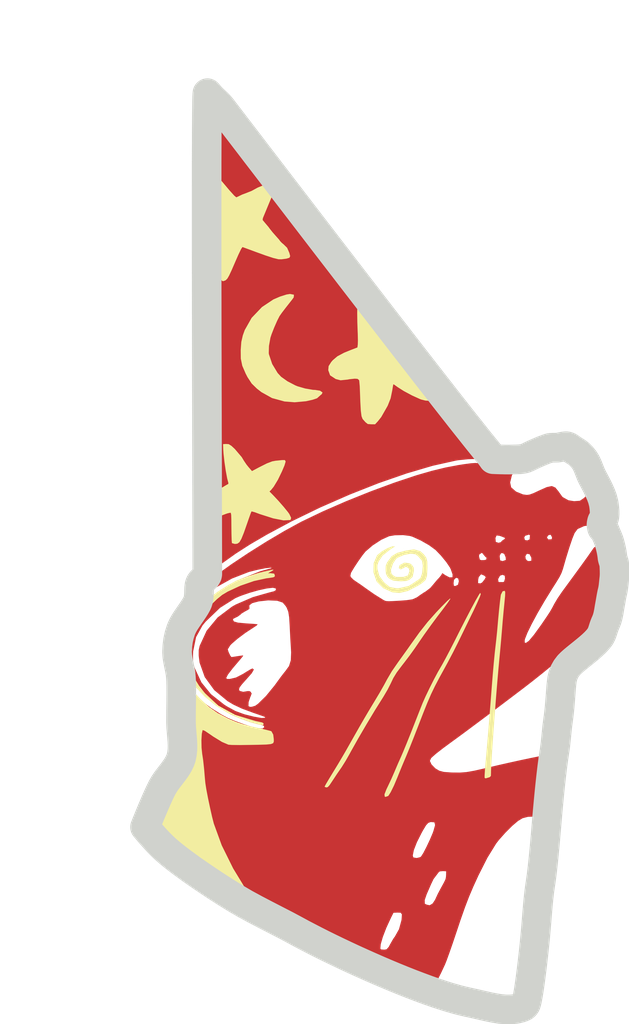
<source format=kicad_pcb>
(kicad_pcb (version 20211014) (generator pcbnew)
  (layers (0 "F.Cu" signal) (31 "B.Cu" signal) (36 "B.SilkS" user "B.Silkscreen") (37 "F.SilkS" user "F.Silkscreen") (38 "B.Mask" user) (39 "F.Mask" user) (44 "Edge.Cuts" user))
  (footprint "Graphics" (layer "F.SilkS") (at 0 0)
    (fp_poly (pts (xy 6.125 22.871) (xy 6.286 23.077) (xy 6.516 23.324) (xy 6.756 23.551) (xy 6.830 23.614) (xy 7.107 23.810) (xy 7.439 23.983) (xy 7.503 24.013) (xy 7.730 24.108) (xy 7.952 24.182) (xy 8.230 24.255) (xy 8.469 24.310) (xy 8.709 24.365) (xy 8.876 24.407) (xy 8.923 24.421) (xy 8.985 24.534) (xy 9.004 24.688) (xy 9.005 24.771) (xy 8.983 24.825) (xy 8.907 24.855) (xy 8.749 24.871) (xy 8.479 24.879) (xy 8.244 24.883) (xy 7.853 24.888) (xy 7.588 24.885) (xy 7.470 24.876) (xy 7.254 24.784) (xy 6.960 24.604) (xy 6.852 24.529) (xy 6.670 24.407) (xy 6.599 24.381) (xy 6.599 24.382) (xy 6.571 24.509) (xy 6.558 24.730) (xy 6.563 24.980) (xy 6.585 25.194) (xy 6.590 25.220) (xy 6.616 25.393) (xy 6.643 25.640) (xy 6.651 25.720) (xy 6.671 25.961) (xy 6.688 26.144) (xy 6.692 26.180) (xy 6.723 26.378) (xy 6.779 26.671) (xy 6.849 27.002) (xy 6.918 27.309) (xy 6.976 27.535) (xy 6.978 27.542) (xy 7.245 28.274) (xy 7.631 29.053) (xy 8.128 29.869) (xy 8.243 30.048) (xy 8.309 30.157) (xy 8.315 30.171) (xy 8.250 30.140) (xy 8.094 30.054) (xy 8.039 30.023) (xy 7.830 29.897) (xy 7.536 29.713) (xy 7.205 29.503) (xy 6.888 29.297) (xy 6.631 29.126) (xy 6.570 29.084) (xy 6.429 28.983) (xy 6.206 28.819) (xy 5.945 28.625) (xy 5.910 28.599) (xy 5.625 28.383) (xy 5.425 28.220) (xy 5.264 28.071) (xy 5.160 27.966) (xy 5.004 27.807) (xy 4.900 27.710) (xy 4.880 27.696) (xy 4.860 27.663) (xy 4.877 27.558) (xy 4.965 27.241) (xy 5.094 26.912) (xy 5.170 26.760) (xy 5.251 26.622) (xy 5.359 26.454) (xy 5.515 26.223) (xy 5.740 25.895) (xy 5.746 25.887) (xy 5.949 25.555) (xy 6.077 25.263) (xy 6.090 25.220) (xy 6.108 25.097) (xy 6.090 24.972) (xy 6.076 24.827) (xy 6.060 24.562) (xy 6.045 24.217) (xy 6.033 23.830) (xy 6.024 23.442) (xy 6.020 23.092) (xy 6.020 23.041) (xy 6.020 22.712)) (layer "F.SilkS") (width 0.000) (fill solid))
    (fp_poly (pts (xy 16.000 19.794) (xy 15.967 19.890) (xy 15.876 20.095) (xy 15.744 20.376) (xy 15.712 20.440) (xy 15.543 20.786) (xy 15.371 21.139) (xy 15.231 21.426) (xy 15.224 21.440) (xy 15.063 21.759) (xy 14.878 22.109) (xy 14.790 22.270) (xy 14.600 22.615) (xy 14.450 22.901) (xy 14.320 23.170) (xy 14.192 23.466) (xy 14.046 23.830) (xy 13.877 24.266) (xy 13.737 24.625) (xy 13.597 24.977) (xy 13.481 25.259) (xy 13.455 25.320) (xy 13.334 25.606) (xy 13.220 25.885) (xy 13.187 25.968) (xy 13.067 26.253) (xy 12.955 26.481) (xy 12.875 26.605) (xy 12.781 26.639) (xy 12.753 26.627) (xy 12.745 26.551) (xy 12.810 26.384) (xy 12.860 26.280) (xy 12.976 26.035) (xy 13.093 25.768) (xy 13.098 25.755) (xy 13.204 25.507) (xy 13.303 25.286) (xy 13.310 25.270) (xy 13.380 25.108) (xy 13.490 24.842) (xy 13.620 24.519) (xy 13.683 24.360) (xy 13.813 24.029) (xy 13.928 23.737) (xy 14.011 23.528) (xy 14.034 23.470) (xy 14.130 23.254) (xy 14.270 22.963) (xy 14.421 22.664) (xy 14.551 22.421) (xy 14.576 22.378) (xy 14.696 22.171) (xy 14.815 21.954) (xy 14.953 21.692) (xy 15.131 21.345) (xy 15.259 21.090) (xy 15.472 20.674) (xy 15.663 20.308) (xy 15.820 20.016) (xy 15.932 19.822) (xy 15.982 19.749)) (layer "F.SilkS") (width 0.000) (fill solid))
    (fp_poly (pts (xy 14.970 19.957) (xy 14.882 20.087) (xy 14.698 20.334) (xy 14.540 20.540) (xy 14.319 20.838) (xy 14.086 21.162) (xy 13.978 21.319) (xy 13.774 21.617) (xy 13.605 21.853) (xy 13.417 22.100) (xy 13.331 22.210) (xy 13.158 22.440) (xy 13.044 22.626) (xy 12.955 22.813) (xy 12.851 23.017) (xy 12.714 23.250) (xy 12.701 23.271) (xy 12.431 23.700) (xy 12.139 24.185) (xy 11.857 24.667) (xy 11.620 25.088) (xy 11.570 25.180) (xy 11.433 25.421) (xy 11.299 25.634) (xy 11.281 25.660) (xy 11.138 25.867) (xy 10.994 26.085) (xy 10.888 26.243) (xy 10.828 26.308) (xy 10.778 26.320) (xy 10.723 26.298) (xy 10.725 26.284) (xy 10.768 26.203) (xy 10.873 26.026) (xy 10.994 25.828) (xy 11.174 25.533) (xy 11.352 25.232) (xy 11.441 25.079) (xy 11.699 24.624) (xy 11.898 24.274) (xy 12.059 23.996) (xy 12.201 23.755) (xy 12.344 23.517) (xy 12.408 23.412) (xy 12.578 23.128) (xy 12.726 22.869) (xy 12.823 22.689) (xy 12.826 22.682) (xy 12.992 22.399) (xy 13.199 22.100) (xy 13.378 21.851) (xy 13.543 21.621) (xy 13.614 21.520) (xy 13.927 21.084) (xy 14.206 20.731) (xy 14.496 20.405) (xy 14.679 20.213) (xy 14.866 20.025) (xy 14.964 19.938)) (layer "F.SilkS") (width 0.000) (fill solid))
    (fp_poly (pts (xy 16.813 19.684) (xy 16.826 19.730) (xy 16.822 19.852) (xy 16.801 20.070) (xy 16.773 20.352) (xy 16.741 20.703) (xy 16.721 20.950) (xy 16.689 21.329) (xy 16.652 21.737) (xy 16.630 21.960) (xy 16.596 22.330) (xy 16.557 22.779) (xy 16.516 23.280) (xy 16.476 23.804) (xy 16.437 24.323) (xy 16.403 24.808) (xy 16.375 25.230) (xy 16.355 25.562) (xy 16.346 25.774) (xy 16.346 25.819) (xy 16.342 25.932) (xy 16.301 25.972) (xy 16.300 25.973) (xy 16.162 26.014) (xy 16.129 25.994) (xy 16.130 25.906) (xy 16.143 25.701) (xy 16.166 25.424) (xy 16.168 25.407) (xy 16.210 24.929) (xy 16.252 24.437) (xy 16.296 23.890) (xy 16.347 23.244) (xy 16.371 22.930) (xy 16.404 22.517) (xy 16.439 22.120) (xy 16.471 21.791) (xy 16.490 21.620) (xy 16.524 21.322) (xy 16.553 21.040) (xy 16.560 20.960) (xy 16.588 20.640) (xy 16.619 20.317) (xy 16.649 20.039) (xy 16.673 19.853) (xy 16.680 19.810) (xy 16.738 19.697) (xy 16.810 19.682)) (layer "F.SilkS") (width 0.000) (fill solid))
    (fp_poly (pts (xy 8.995 18.970) (xy 8.983 18.987) (xy 8.930 19.020) (xy 8.859 19.057) (xy 8.813 19.094) (xy 8.876 19.085) (xy 9.016 19.101) (xy 9.040 19.159) (xy 9.035 19.202) (xy 8.986 19.226) (xy 8.847 19.248) (xy 8.752 19.260) (xy 8.335 19.351) (xy 7.874 19.510) (xy 7.449 19.707) (xy 7.258 19.821) (xy 7.086 19.962) (xy 6.870 20.169) (xy 6.667 20.386) (xy 6.536 20.551) (xy 6.310 20.966) (xy 6.185 21.316) (xy 6.144 21.516) (xy 6.133 21.719) (xy 6.133 21.780) (xy 6.152 22.056) (xy 6.215 22.316) (xy 6.299 22.542) (xy 6.379 22.722) (xy 6.475 22.879) (xy 6.628 23.076) (xy 6.684 23.143) (xy 7.131 23.557) (xy 7.700 23.869) (xy 8.391 24.078) (xy 8.466 24.093) (xy 8.612 24.125) (xy 8.657 24.155) (xy 8.660 24.175) (xy 8.638 24.215) (xy 8.540 24.206) (xy 8.229 24.125) (xy 7.847 23.985) (xy 7.456 23.808) (xy 7.453 23.807) (xy 7.058 23.565) (xy 6.676 23.258) (xy 6.365 22.934) (xy 6.280 22.820) (xy 6.159 22.605) (xy 6.040 22.342) (xy 5.972 22.149) (xy 5.927 21.796) (xy 5.944 21.398) (xy 6.003 21.105) (xy 6.202 20.652) (xy 6.291 20.504) (xy 6.524 20.215) (xy 6.833 19.919) (xy 7.100 19.717) (xy 7.459 19.490) (xy 7.721 19.346) (xy 7.783 19.319) (xy 8.141 19.188) (xy 8.489 19.079) (xy 8.675 19.032) (xy 8.858 18.991) (xy 8.960 18.967)) (layer "F.SilkS") (width 0.000) (fill solid))
    (fp_poly (pts (xy 12.927 18.297) (xy 12.683 18.491) (xy 12.545 18.695) (xy 12.504 18.821) (xy 12.506 18.943) (xy 12.569 19.172) (xy 12.732 19.397) (xy 12.925 19.553) (xy 13.156 19.597) (xy 13.218 19.596) (xy 13.564 19.517) (xy 13.706 19.428) (xy 13.845 19.335) (xy 13.873 19.320) (xy 13.963 19.247) (xy 14.013 19.100) (xy 14.020 19.062) (xy 14.040 18.837) (xy 14.015 18.675) (xy 14.007 18.659) (xy 13.881 18.514) (xy 13.793 18.447) (xy 13.630 18.428) (xy 13.406 18.471) (xy 13.201 18.558) (xy 13.134 18.607) (xy 13.031 18.765) (xy 12.967 18.962) (xy 12.964 18.981) (xy 12.976 19.089) (xy 13.014 19.140) (xy 13.111 19.205) (xy 13.175 19.215) (xy 13.386 19.211) (xy 13.529 19.166) (xy 13.539 19.157) (xy 13.592 19.014) (xy 13.564 18.922) (xy 13.467 18.867) (xy 13.400 18.910) (xy 13.289 18.960) (xy 13.227 18.910) (xy 13.259 18.815) (xy 13.415 18.728) (xy 13.599 18.752) (xy 13.679 18.812) (xy 13.732 18.899) (xy 13.740 19.006) (xy 13.695 19.214) (xy 13.579 19.315) (xy 13.484 19.349) (xy 13.337 19.359) (xy 13.281 19.360) (xy 13.041 19.339) (xy 12.896 19.263) (xy 12.848 19.209) (xy 12.797 19.113) (xy 12.783 18.987) (xy 12.787 18.840) (xy 12.832 18.725) (xy 12.988 18.513) (xy 13.173 18.401) (xy 13.327 18.360) (xy 13.440 18.328) (xy 13.739 18.280) (xy 13.955 18.342) (xy 14.070 18.444) (xy 14.156 18.560) (xy 14.192 18.687) (xy 14.197 18.891) (xy 14.196 18.949) (xy 14.182 19.181) (xy 14.132 19.319) (xy 14.009 19.428) (xy 13.880 19.509) (xy 13.537 19.687) (xy 13.254 19.755) (xy 13.009 19.732) (xy 12.710 19.597) (xy 12.488 19.377) (xy 12.474 19.355) (xy 12.372 19.057) (xy 12.379 18.748) (xy 12.493 18.489) (xy 12.517 18.462) (xy 12.663 18.345) (xy 12.853 18.237) (xy 13.010 18.181) (xy 13.026 18.180) (xy 13.104 18.180)) (layer "F.SilkS") (width 0.000) (fill solid))
    (fp_poly (pts (xy 6.858 3.203) (xy 6.969 3.343) (xy 6.990 3.370) (xy 7.164 3.590) (xy 7.151 3.870) (xy 7.144 4.112) (xy 7.138 4.426) (xy 7.137 4.620) (xy 7.131 4.976) (xy 7.114 5.242) (xy 7.109 5.290) (xy 7.082 5.554) (xy 7.094 5.682) (xy 7.101 5.691) (xy 7.161 5.754) (xy 7.268 5.880) (xy 7.508 6.164) (xy 7.667 6.340) (xy 7.737 6.398) (xy 7.816 6.363) (xy 7.819 6.361) (xy 7.934 6.305) (xy 8.032 6.269) (xy 8.255 6.181) (xy 8.460 6.069) (xy 8.644 5.994) (xy 8.832 5.962) (xy 8.884 5.967) (xy 8.924 5.991) (xy 8.940 6.081) (xy 8.945 6.154) (xy 8.956 6.329) (xy 8.806 6.689) (xy 8.714 6.911) (xy 8.649 7.067) (xy 8.634 7.105) (xy 8.628 7.165) (xy 8.699 7.250) (xy 8.703 7.255) (xy 8.826 7.400) (xy 8.859 7.446) (xy 8.961 7.575) (xy 9.071 7.700) (xy 9.180 7.822) (xy 9.220 7.877) (xy 9.273 7.933) (xy 9.339 7.988) (xy 9.455 8.102) (xy 9.479 8.157) (xy 9.526 8.266) (xy 9.529 8.271) (xy 9.558 8.382) (xy 9.534 8.437) (xy 9.430 8.469) (xy 9.268 8.490) (xy 9.164 8.489) (xy 8.985 8.446) (xy 8.720 8.359) (xy 8.390 8.240) (xy 8.156 8.153) (xy 7.993 8.094) (xy 7.945 8.077) (xy 7.899 8.144) (xy 7.803 8.345) (xy 7.710 8.557) (xy 7.581 8.854) (xy 7.496 9.036) (xy 7.438 9.137) (xy 7.389 9.188) (xy 7.360 9.207) (xy 7.284 9.230) (xy 7.253 9.214) (xy 7.197 9.137) (xy 7.160 8.969) (xy 7.140 8.769) (xy 7.115 8.486) (xy 7.091 8.262) (xy 7.072 8.138) (xy 7.067 8.126) (xy 7.067 8.204) (xy 7.073 8.404) (xy 7.084 8.689) (xy 7.089 8.802) (xy 7.108 9.292) (xy 7.118 9.768) (xy 7.120 10.198) (xy 7.114 10.551) (xy 7.101 10.794) (xy 7.090 10.868) (xy 7.065 11.034) (xy 7.063 11.084) (xy 7.063 11.205) (xy 7.058 11.432) (xy 7.051 11.670) (xy 7.039 12.361) (xy 7.043 13.127) (xy 7.060 13.780) (xy 7.071 14.110) (xy 7.085 14.521) (xy 7.098 14.934) (xy 7.100 15.010) (xy 7.113 15.383) (xy 7.126 15.622) (xy 7.140 15.754) (xy 7.151 15.796) (xy 7.178 15.955) (xy 7.180 16.041) (xy 7.189 16.198) (xy 7.203 16.220) (xy 7.280 16.183) (xy 7.331 16.150) (xy 7.437 16.088) (xy 7.461 16.080) (xy 7.470 16.045) (xy 7.428 15.886) (xy 7.380 15.628) (xy 7.336 15.329) (xy 7.305 15.050) (xy 7.296 14.910) (xy 7.290 14.730) (xy 7.385 14.724) (xy 7.480 14.730) (xy 7.572 14.787) (xy 7.688 14.895) (xy 7.920 15.167) (xy 7.996 15.293) (xy 8.080 15.417) (xy 8.152 15.507) (xy 8.267 15.639) (xy 8.508 15.511) (xy 8.772 15.379) (xy 8.952 15.311) (xy 9.066 15.290) (xy 9.244 15.272) (xy 9.285 15.268) (xy 9.378 15.268) (xy 9.405 15.316) (xy 9.367 15.446) (xy 9.283 15.645) (xy 9.144 15.932) (xy 9.001 16.168) (xy 8.910 16.280) (xy 8.859 16.328) (xy 8.988 16.459) (xy 9.165 16.648) (xy 9.344 16.853) (xy 9.483 17.024) (xy 9.530 17.090) (xy 9.586 17.208) (xy 9.590 17.223) (xy 9.571 17.287) (xy 9.557 17.292) (xy 9.333 17.304) (xy 8.988 17.237) (xy 8.534 17.093) (xy 8.356 17.027) (xy 8.260 17.002) (xy 8.249 17.004) (xy 8.218 17.080) (xy 8.154 17.260) (xy 8.111 17.384) (xy 7.994 17.718) (xy 7.909 17.928) (xy 7.841 18.043) (xy 7.771 18.091) (xy 7.689 18.100) (xy 7.594 18.074) (xy 7.588 18.065) (xy 7.580 17.973) (xy 7.574 17.768) (xy 7.571 17.540) (xy 7.569 17.267) (xy 7.564 17.117) (xy 7.552 17.055) (xy 7.539 17.045) (xy 7.448 17.064) (xy 7.379 17.087) (xy 7.250 17.136) (xy 7.238 17.433) (xy 7.227 17.784) (xy 7.223 18.125) (xy 7.226 18.412) (xy 7.235 18.604) (xy 7.242 18.650) (xy 7.248 18.734) (xy 7.199 18.780) (xy 7.089 18.868) (xy 6.985 18.955) (xy 6.868 19.051) (xy 6.826 19.080) (xy 6.824 19.003) (xy 6.822 18.788) (xy 6.820 18.454) (xy 6.820 18.023) (xy 6.821 17.515) (xy 6.822 16.975) (xy 6.823 16.534) (xy 6.824 15.953) (xy 6.824 15.250) (xy 6.824 14.445) (xy 6.823 13.557) (xy 6.822 12.605) (xy 6.820 11.609) (xy 6.818 10.587) (xy 6.816 9.559) (xy 6.814 9.001) (xy 6.812 8.048) (xy 6.809 7.143) (xy 6.808 6.299) (xy 6.806 5.529) (xy 6.805 4.844) (xy 6.805 4.257) (xy 6.805 3.781) (xy 6.805 3.428) (xy 6.806 3.210) (xy 6.807 3.141)) (layer "F.SilkS") (width 0.000) (fill solid))
    (fp_poly (pts (xy 11.995 9.876) (xy 12.083 9.954) (xy 12.194 10.096) (xy 12.357 10.314) (xy 12.530 10.539) (xy 13.048 11.198) (xy 13.478 11.747) (xy 13.833 12.202) (xy 14.123 12.579) (xy 14.224 12.710) (xy 14.377 12.909) (xy 14.506 13.073) (xy 14.516 13.085) (xy 14.598 13.196) (xy 14.603 13.245) (xy 14.598 13.253) (xy 14.553 13.275) (xy 14.437 13.279) (xy 14.329 13.275) (xy 14.127 13.259) (xy 13.986 13.224) (xy 13.949 13.210) (xy 13.679 13.088) (xy 13.400 12.939) (xy 13.194 12.808) (xy 13.080 12.727) (xy 13.045 12.708) (xy 13.030 12.781) (xy 13.009 12.912) (xy 12.953 13.185) (xy 12.859 13.422) (xy 12.845 13.450) (xy 12.635 13.817) (xy 12.521 13.960) (xy 12.428 14.060) (xy 12.298 14.060) (xy 12.180 14.051) (xy 12.106 13.993) (xy 12.098 13.985) (xy 12.015 13.892) (xy 12.004 13.878) (xy 11.969 13.786) (xy 11.945 13.599) (xy 11.928 13.292) (xy 11.922 13.120) (xy 11.909 12.779) (xy 11.892 12.596) (xy 11.883 12.565) (xy 11.833 12.526) (xy 11.740 12.520) (xy 11.550 12.540) (xy 11.507 12.550) (xy 11.262 12.575) (xy 11.097 12.532) (xy 10.907 12.408) (xy 10.844 12.233) (xy 10.857 12.095) (xy 10.944 11.958) (xy 10.998 11.896) (xy 11.152 11.765) (xy 11.379 11.644) (xy 11.590 11.558) (xy 11.830 11.466) (xy 11.843 11.368) (xy 11.847 11.231) (xy 11.842 11.007) (xy 11.838 10.920) (xy 11.827 10.607) (xy 11.823 10.308) (xy 11.827 10.070) (xy 11.837 9.942) (xy 11.838 9.941) (xy 11.927 9.874)) (layer "F.SilkS") (width 0.000) (fill solid))
    (fp_poly (pts (xy 9.685 9.685) (xy 9.679 9.774) (xy 9.631 9.842) (xy 9.534 9.965) (xy 9.404 10.130) (xy 9.277 10.296) (xy 9.197 10.410) (xy 9.117 10.568) (xy 9.016 10.798) (xy 8.928 11.023) (xy 8.890 11.140) (xy 8.841 11.414) (xy 8.834 11.654) (xy 8.840 11.698) (xy 8.950 12.024) (xy 9.134 12.328) (xy 9.252 12.456) (xy 9.466 12.608) (xy 9.731 12.746) (xy 9.807 12.777) (xy 10.063 12.851) (xy 10.325 12.896) (xy 10.405 12.900) (xy 10.568 12.926) (xy 10.652 12.986) (xy 10.621 13.050) (xy 10.603 13.059) (xy 10.523 13.131) (xy 10.465 13.182) (xy 10.316 13.232) (xy 10.093 13.282) (xy 9.706 13.317) (xy 9.365 13.290) (xy 8.945 13.175) (xy 8.586 12.975) (xy 8.433 12.856) (xy 8.256 12.684) (xy 8.114 12.467) (xy 8.052 12.347) (xy 7.938 12.083) (xy 7.889 11.844) (xy 7.886 11.550) (xy 7.906 11.280) (xy 7.957 11.058) (xy 8.022 10.878) (xy 8.255 10.467) (xy 8.604 10.102) (xy 8.990 9.845) (xy 9.213 9.749) (xy 9.433 9.679) (xy 9.550 9.660)) (layer "F.SilkS") (width 0.000) (fill solid))
  )
  (footprint "Graphics" (layer "F.Mask") (at 0 0))
  (footprint "Graphics" (layer "F.Cu") (at 0 0)
    (fp_poly (pts (xy 16.405 15.367) (xy 16.543 15.375) (xy 16.774 15.379) (xy 16.905 15.380) (xy 17.132 15.383) (xy 17.275 15.391) (xy 17.300 15.396) (xy 17.257 15.463) (xy 17.190 15.551) (xy 17.050 15.789) (xy 16.993 16.024) (xy 17.027 16.188) (xy 17.192 16.331) (xy 17.427 16.427) (xy 17.557 16.444) (xy 17.650 16.432) (xy 17.777 16.386) (xy 17.963 16.299) (xy 18.229 16.180) (xy 18.399 16.144) (xy 18.519 16.193) (xy 18.632 16.330) (xy 18.643 16.347) (xy 18.735 16.476) (xy 18.767 16.516) (xy 18.963 16.625) (xy 19.152 16.655) (xy 19.349 16.642) (xy 19.493 16.544) (xy 19.537 16.498) (xy 19.647 16.406) (xy 19.726 16.446) (xy 19.799 16.620) (xy 19.880 16.932) (xy 19.918 17.214) (xy 19.910 17.425) (xy 19.853 17.526) (xy 19.852 17.526) (xy 19.767 17.517) (xy 19.711 17.505) (xy 19.562 17.486) (xy 19.492 17.498) (xy 19.273 17.596) (xy 19.172 17.732) (xy 19.094 17.924) (xy 18.992 18.225) (xy 18.880 18.587) (xy 18.830 18.762) (xy 18.776 18.949) (xy 18.727 19.085) (xy 18.660 19.219) (xy 18.549 19.401) (xy 18.416 19.610) (xy 18.160 20.024) (xy 17.924 20.429) (xy 17.725 20.797) (xy 17.577 21.099) (xy 17.495 21.307) (xy 17.484 21.355) (xy 17.487 21.433) (xy 17.525 21.440) (xy 17.624 21.371) (xy 17.797 21.165) (xy 18.042 20.827) (xy 18.074 20.780) (xy 18.237 20.541) (xy 18.341 20.382) (xy 18.418 20.248) (xy 18.481 20.127) (xy 18.593 19.938) (xy 18.743 19.717) (xy 18.765 19.687) (xy 19.137 19.180) (xy 19.425 18.785) (xy 19.625 18.507) (xy 19.727 18.360) (xy 19.819 18.229) (xy 19.877 18.185) (xy 19.925 18.180) (xy 19.997 18.215) (xy 20.066 18.345) (xy 20.119 18.499) (xy 20.221 18.946) (xy 20.236 19.402) (xy 20.163 19.920) (xy 20.111 20.149) (xy 19.994 20.569) (xy 19.871 20.891) (xy 19.816 21.004) (xy 19.723 21.168) (xy 19.611 21.304) (xy 19.448 21.443) (xy 19.201 21.614) (xy 18.970 21.762) (xy 18.840 21.856) (xy 18.632 22.019) (xy 18.392 22.215) (xy 18.390 22.217) (xy 18.084 22.467) (xy 17.734 22.745) (xy 17.470 22.949) (xy 17.036 23.278) (xy 16.584 23.619) (xy 16.140 23.952) (xy 15.732 24.256) (xy 15.386 24.513) (xy 15.129 24.701) (xy 15.050 24.758) (xy 14.734 24.990) (xy 14.488 25.181) (xy 14.341 25.311) (xy 14.321 25.333) (xy 14.280 25.422) (xy 14.280 25.423) (xy 14.335 25.542) (xy 14.460 25.670) (xy 14.470 25.678) (xy 14.600 25.755) (xy 14.751 25.795) (xy 14.987 25.813) (xy 15.053 25.815) (xy 15.296 25.817) (xy 15.517 25.800) (xy 15.770 25.756) (xy 16.110 25.679) (xy 16.200 25.658) (xy 16.555 25.574) (xy 16.948 25.485) (xy 17.343 25.398) (xy 17.706 25.322) (xy 18.003 25.262) (xy 18.200 25.227) (xy 18.255 25.220) (xy 18.286 25.224) (xy 18.297 25.265) (xy 18.290 25.384) (xy 18.270 25.590) (xy 18.250 25.826) (xy 18.224 26.149) (xy 18.201 26.470) (xy 18.179 26.774) (xy 18.160 27.025) (xy 18.148 27.171) (xy 18.148 27.175) (xy 18.135 27.300) (xy 17.861 27.300) (xy 17.594 27.311) (xy 17.414 27.358) (xy 17.257 27.453) (xy 17.062 27.619) (xy 16.829 27.852) (xy 16.616 28.091) (xy 16.520 28.215) (xy 16.225 28.693) (xy 15.923 29.289) (xy 15.751 29.664) (xy 15.605 30.007) (xy 15.467 30.367) (xy 15.317 30.793) (xy 15.181 31.200) (xy 15.055 31.574) (xy 14.938 31.909) (xy 14.844 32.167) (xy 14.792 32.297) (xy 14.659 32.581) (xy 14.539 32.819) (xy 14.450 32.976) (xy 14.415 33.019) (xy 14.331 32.994) (xy 14.150 32.934) (xy 14.060 32.902) (xy 13.293 32.613) (xy 12.431 32.253) (xy 11.509 31.840) (xy 11.338 31.758) (xy 12.606 31.758) (xy 12.625 31.787) (xy 12.740 31.795) (xy 12.815 31.783) (xy 12.889 31.701) (xy 12.937 31.610) (xy 13.039 31.432) (xy 13.098 31.350) (xy 13.236 31.104) (xy 13.319 30.801) (xy 13.323 30.772) (xy 13.334 30.606) (xy 13.292 30.548) (xy 13.183 30.544) (xy 13.050 30.550) (xy 12.965 30.720) (xy 12.808 31.060) (xy 12.690 31.367) (xy 12.619 31.610) (xy 12.606 31.758) (xy 11.338 31.758) (xy 10.567 31.390) (xy 9.640 30.921) (xy 8.810 30.474) (xy 8.194 30.121) (xy 14.105 30.121) (xy 14.108 30.241) (xy 14.139 30.260) (xy 14.190 30.280) (xy 14.275 30.296) (xy 14.374 30.234) (xy 14.460 30.102) (xy 14.478 30.059) (xy 14.546 29.913) (xy 14.643 29.730) (xy 14.752 29.532) (xy 14.806 29.421) (xy 14.823 29.343) (xy 14.827 29.275) (xy 14.830 29.150) (xy 14.725 29.144) (xy 14.616 29.153) (xy 14.575 29.186) (xy 14.403 29.414) (xy 14.321 29.585) (xy 14.228 29.799) (xy 14.172 29.926) (xy 14.105 30.121) (xy 8.194 30.121) (xy 8.072 30.051) (xy 7.367 29.623) (xy 6.732 29.214) (xy 6.204 28.845) (xy 6.164 28.816) (xy 5.908 28.618) (xy 13.701 28.618) (xy 13.722 28.682) (xy 13.816 28.699) (xy 13.841 28.700) (xy 13.955 28.672) (xy 13.985 28.645) (xy 14.056 28.534) (xy 14.162 28.330) (xy 14.276 28.089) (xy 14.371 27.866) (xy 14.398 27.793) (xy 14.456 27.588) (xy 14.431 27.496) (xy 14.315 27.488) (xy 14.299 27.490) (xy 14.224 27.518) (xy 14.152 27.596) (xy 14.050 27.765) (xy 14.003 27.850) (xy 13.842 28.169) (xy 13.738 28.435) (xy 13.701 28.618) (xy 5.908 28.618) (xy 5.645 28.414) (xy 5.265 28.083) (xy 5.091 27.902) (xy 4.965 27.771) (xy 4.892 27.716) (xy 4.860 27.696) (xy 4.864 27.621) (xy 4.908 27.445) (xy 4.922 27.395) (xy 5.032 27.065) (xy 5.179 26.751) (xy 5.389 26.407) (xy 5.661 26.020) (xy 5.868 25.692) (xy 6.055 25.316) (xy 6.070 25.282) (xy 6.110 25.167) (xy 6.098 25.096) (xy 6.092 25.082) (xy 6.072 24.989) (xy 6.055 24.799) (xy 6.041 24.500) (xy 6.026 24.094) (xy 6.015 23.686) (xy 6.007 23.308) (xy 6.003 22.994) (xy 6.003 22.776) (xy 6.009 22.688) (xy 6.036 22.689) (xy 6.100 22.801) (xy 6.109 22.820) (xy 6.289 23.092) (xy 6.537 23.364) (xy 6.625 23.443) (xy 6.900 23.646) (xy 7.226 23.851) (xy 7.450 23.971) (xy 7.689 24.072) (xy 7.988 24.181) (xy 8.274 24.274) (xy 8.454 24.321) (xy 8.633 24.330) (xy 8.680 24.281) (xy 8.664 24.236) (xy 8.577 24.208) (xy 8.485 24.191) (xy 8.219 24.120) (xy 7.879 23.997) (xy 7.550 23.854) (xy 7.120 23.599) (xy 6.689 23.237) (xy 6.567 23.117) (xy 6.271 22.783) (xy 6.099 22.509) (xy 6.090 22.490) (xy 5.951 22.054) (xy 5.927 21.860) (xy 6.273 21.860) (xy 6.276 22.050) (xy 6.298 22.179) (xy 6.335 22.294) (xy 6.558 22.772) (xy 6.881 23.171) (xy 7.331 23.525) (xy 7.419 23.581) (xy 7.704 23.737) (xy 8.004 23.847) (xy 8.330 23.929) (xy 8.592 23.975) (xy 8.706 23.966) (xy 8.709 23.962) (xy 8.712 23.949) (xy 8.681 23.931) (xy 8.577 23.892) (xy 8.366 23.820) (xy 8.306 23.799) (xy 7.927 23.659) (xy 7.643 23.526) (xy 7.445 23.409) (xy 6.990 23.034) (xy 6.685 22.614) (xy 7.400 22.614) (xy 7.413 22.656) (xy 7.502 22.657) (xy 7.525 22.655) (xy 7.726 22.608) (xy 7.970 22.482) (xy 8.066 22.421) (xy 8.213 22.333) (xy 8.286 22.300) (xy 8.331 22.340) (xy 8.260 22.464) (xy 8.069 22.681) (xy 8.060 22.690) (xy 7.923 22.844) (xy 7.844 22.951) (xy 7.841 22.957) (xy 7.829 23.032) (xy 7.862 23.063) (xy 7.970 23.091) (xy 8.125 23.066) (xy 8.190 23.068) (xy 8.220 23.090) (xy 8.257 23.148) (xy 8.220 23.249) (xy 8.211 23.266) (xy 8.153 23.437) (xy 8.148 23.571) (xy 8.148 23.572) (xy 8.199 23.599) (xy 8.260 23.596) (xy 8.376 23.562) (xy 8.473 23.492) (xy 8.740 23.231) (xy 9.031 22.875) (xy 9.109 22.768) (xy 9.254 22.569) (xy 9.373 22.417) (xy 9.395 22.391) (xy 9.519 22.220) (xy 9.579 22.027) (xy 9.590 21.758) (xy 9.580 21.584) (xy 9.563 21.304) (xy 9.546 20.977) (xy 9.541 20.870) (xy 9.523 20.575) (xy 9.493 20.387) (xy 9.441 20.255) (xy 9.402 20.192) (xy 9.313 20.088) (xy 9.300 20.077) (xy 9.119 20.017) (xy 8.828 20.005) (xy 8.800 20.006) (xy 8.492 20.040) (xy 8.275 20.098) (xy 8.179 20.171) (xy 8.178 20.192) (xy 8.182 20.289) (xy 8.098 20.345) (xy 8.061 20.361) (xy 7.911 20.451) (xy 7.896 20.471) (xy 7.779 20.558) (xy 7.745 20.571) (xy 7.638 20.625) (xy 7.624 20.656) (xy 7.656 20.716) (xy 7.791 20.755) (xy 8.056 20.780) (xy 8.100 20.783) (xy 8.312 20.796) (xy 8.443 20.808) (xy 8.459 20.811) (xy 8.422 20.855) (xy 8.320 20.922) (xy 8.047 21.101) (xy 7.782 21.299) (xy 7.580 21.473) (xy 7.530 21.526) (xy 7.448 21.658) (xy 7.477 21.750) (xy 7.531 21.863) (xy 7.569 21.917) (xy 7.607 21.914) (xy 7.837 21.878) (xy 7.946 21.864) (xy 7.972 21.865) (xy 7.934 21.923) (xy 7.868 22.002) (xy 7.613 22.302) (xy 7.454 22.510) (xy 7.400 22.614) (xy 6.685 22.614) (xy 6.670 22.594) (xy 6.495 22.105) (xy 6.465 21.867) (xy 6.466 21.683) (xy 6.499 21.537) (xy 6.734 21.029) (xy 7.105 20.581) (xy 7.594 20.213) (xy 7.723 20.141) (xy 8.294 19.895) (xy 8.845 19.738) (xy 9.013 19.696) (xy 9.070 19.660) (xy 9.071 19.657) (xy 9.070 19.600) (xy 8.972 19.579) (xy 8.765 19.603) (xy 8.487 19.664) (xy 8.179 19.751) (xy 7.881 19.855) (xy 7.708 19.929) (xy 7.190 20.254) (xy 6.704 20.720) (xy 6.595 20.851) (xy 6.377 21.246) (xy 6.278 21.729) (xy 6.273 21.860) (xy 5.927 21.860) (xy 5.900 21.636) (xy 5.949 21.295) (xy 6.079 20.905) (xy 6.266 20.535) (xy 6.321 20.450) (xy 6.580 20.155) (xy 6.968 19.826) (xy 7.000 19.802) (xy 7.742 19.340) (xy 8.152 19.177) (xy 11.592 19.177) (xy 11.609 19.218) (xy 11.697 19.306) (xy 11.774 19.360) (xy 11.937 19.469) (xy 12.120 19.600) (xy 12.394 19.792) (xy 12.720 19.996) (xy 12.788 20.026) (xy 12.896 20.033) (xy 13.030 20.028) (xy 13.291 20.013) (xy 13.487 19.998) (xy 13.697 19.967) (xy 13.846 19.898) (xy 13.933 19.834) (xy 14.076 19.738) (xy 14.138 19.702) (xy 14.290 19.586) (xy 14.389 19.472) (xy 14.422 19.431) (xy 15.080 19.431) (xy 15.092 19.512) (xy 15.139 19.520) (xy 15.229 19.476) (xy 15.246 19.409) (xy 15.909 19.409) (xy 15.912 19.423) (xy 15.991 19.431) (xy 16.043 19.402) (xy 16.125 19.301) (xy 16.130 19.293) (xy 16.134 19.286) (xy 16.587 19.286) (xy 16.598 19.377) (xy 16.615 19.386) (xy 16.762 19.386) (xy 16.789 19.369) (xy 16.820 19.261) (xy 16.808 19.172) (xy 16.732 19.141) (xy 16.650 19.173) (xy 16.587 19.286) (xy 16.134 19.286) (xy 16.168 19.221) (xy 16.121 19.171) (xy 16.010 19.124) (xy 15.931 19.220) (xy 15.914 19.300) (xy 15.909 19.409) (xy 15.246 19.409) (xy 15.259 19.358) (xy 15.236 19.264) (xy 15.166 19.240) (xy 15.093 19.313) (xy 15.080 19.431) (xy 14.422 19.431) (xy 14.519 19.316) (xy 14.599 19.231) (xy 14.673 19.137) (xy 14.680 19.116) (xy 14.701 19.084) (xy 14.792 19.146) (xy 14.797 19.150) (xy 14.941 19.227) (xy 15.043 19.225) (xy 15.044 19.224) (xy 15.046 19.127) (xy 14.986 18.956) (xy 14.956 18.895) (xy 14.834 18.714) (xy 14.674 18.519) (xy 15.940 18.519) (xy 15.969 18.626) (xy 16.010 18.646) (xy 16.120 18.644) (xy 16.185 18.626) (xy 16.193 18.563) (xy 16.156 18.536) (xy 16.150 18.529) (xy 16.640 18.529) (xy 16.656 18.653) (xy 16.732 18.677) (xy 16.746 18.676) (xy 16.846 18.638) (xy 16.847 18.637) (xy 16.840 18.546) (xy 16.835 18.537) (xy 16.826 18.514) (xy 17.508 18.514) (xy 17.518 18.603) (xy 17.527 18.610) (xy 17.560 18.657) (xy 17.617 18.679) (xy 17.700 18.669) (xy 17.709 18.661) (xy 17.710 18.579) (xy 17.708 18.560) (xy 17.646 18.444) (xy 17.557 18.433) (xy 17.508 18.514) (xy 16.826 18.514) (xy 16.793 18.438) (xy 16.792 18.435) (xy 16.718 18.405) (xy 16.679 18.421) (xy 16.641 18.495) (xy 16.640 18.529) (xy 16.150 18.529) (xy 16.096 18.465) (xy 16.044 18.401) (xy 16.033 18.400) (xy 15.948 18.458) (xy 15.940 18.519) (xy 14.674 18.519) (xy 14.655 18.495) (xy 14.476 18.309) (xy 14.472 18.305) (xy 14.257 18.147) (xy 13.974 17.985) (xy 13.782 17.897) (xy 16.496 17.897) (xy 16.507 18.030) (xy 16.599 18.060) (xy 16.683 18.036) (xy 16.690 18.020) (xy 16.730 17.980) (xy 16.801 17.936) (xy 16.820 17.900) (xy 16.782 17.881) (xy 17.470 17.881) (xy 17.491 17.966) (xy 17.575 17.980) (xy 17.646 17.948) (xy 17.650 17.935) (xy 17.656 17.872) (xy 18.237 17.872) (xy 18.273 17.943) (xy 18.285 17.946) (xy 18.392 17.944) (xy 18.410 17.882) (xy 18.364 17.790) (xy 18.295 17.798) (xy 18.237 17.872) (xy 17.656 17.872) (xy 17.663 17.811) (xy 17.629 17.784) (xy 17.499 17.825) (xy 17.470 17.881) (xy 16.782 17.881) (xy 16.760 17.871) (xy 16.755 17.870) (xy 16.644 17.827) (xy 16.536 17.812) (xy 16.496 17.897) (xy 13.782 17.897) (xy 13.702 17.861) (xy 13.606 17.830) (xy 13.373 17.801) (xy 13.098 17.807) (xy 12.905 17.838) (xy 12.639 17.959) (xy 12.344 18.151) (xy 12.104 18.357) (xy 12.002 18.484) (xy 11.860 18.684) (xy 11.721 18.895) (xy 11.624 19.057) (xy 11.610 19.087) (xy 11.592 19.177) (xy 8.152 19.177) (xy 8.556 19.018) (xy 8.722 18.972) (xy 8.894 18.925) (xy 8.938 18.905) (xy 8.890 18.901) (xy 8.712 18.921) (xy 8.454 18.972) (xy 8.189 19.039) (xy 8.149 19.051) (xy 7.593 19.267) (xy 7.068 19.558) (xy 6.704 19.829) (xy 6.598 19.918) (xy 6.566 19.940) (xy 6.557 19.875) (xy 6.569 19.731) (xy 6.593 19.590) (xy 6.609 19.540) (xy 6.634 19.494) (xy 6.676 19.447) (xy 6.766 19.373) (xy 6.934 19.244) (xy 7.077 19.137) (xy 7.571 18.784) (xy 8.151 18.398) (xy 8.766 18.012) (xy 9.364 17.659) (xy 9.894 17.369) (xy 9.950 17.340) (xy 10.660 17.000) (xy 11.450 16.656) (xy 12.273 16.326) (xy 13.084 16.027) (xy 13.837 15.777) (xy 14.340 15.632) (xy 14.814 15.517) (xy 15.250 15.435) (xy 15.430 15.407) (xy 15.664 15.376) (xy 15.813 15.366) (xy 15.948 15.374) (xy 16.000 15.379) (xy 16.173 15.401) (xy 16.255 15.414) (xy 16.300 15.389) (xy 16.326 15.362)) (layer "F.Cu") (width 0.000) (fill solid))
    (fp_poly (pts (xy 6.830 3.223) (xy 6.877 3.274) (xy 6.959 3.372) (xy 7.081 3.522) (xy 7.249 3.733) (xy 7.468 4.011) (xy 7.744 4.362) (xy 8.082 4.794) (xy 8.487 5.313) (xy 8.965 5.926) (xy 9.520 6.640) (xy 10.159 7.462) (xy 10.886 8.399) (xy 11.503 9.194) (xy 12.171 10.054) (xy 12.811 10.879) (xy 13.415 11.658) (xy 13.978 12.384) (xy 14.493 13.047) (xy 14.952 13.640) (xy 15.349 14.152) (xy 15.677 14.575) (xy 15.930 14.902) (xy 16.100 15.122) (xy 16.181 15.227) (xy 16.188 15.235) (xy 16.164 15.252) (xy 16.116 15.245) (xy 15.881 15.229) (xy 15.564 15.240) (xy 15.242 15.273) (xy 15.160 15.286) (xy 14.379 15.460) (xy 13.501 15.718) (xy 12.553 16.046) (xy 11.568 16.434) (xy 10.574 16.869) (xy 9.602 17.340) (xy 8.770 17.786) (xy 8.207 18.114) (xy 7.726 18.422) (xy 7.263 18.751) (xy 7.172 18.819) (xy 6.996 18.951) (xy 6.885 19.033) (xy 6.868 19.045) (xy 6.861 18.997) (xy 6.855 18.840) (xy 6.850 18.563) (xy 6.845 18.157) (xy 6.840 17.615) (xy 6.835 16.926) (xy 6.833 16.514) (xy 6.828 15.544) (xy 6.824 14.536) (xy 6.820 13.503) (xy 6.816 12.456) (xy 6.813 11.408) (xy 6.811 10.371) (xy 6.808 9.358) (xy 6.806 8.381) (xy 6.805 7.451) (xy 6.804 6.582) (xy 6.804 5.785) (xy 6.804 5.073) (xy 6.804 4.458) (xy 6.806 3.952) (xy 6.808 3.568) (xy 6.810 3.318) (xy 6.813 3.214) (xy 6.814 3.212)) (layer "F.Cu") (width 0.000) (fill solid))
  )
  (footprint "Graphics" (layer "B.Cu") (at 0 0))
  (footprint "Graphics" (layer "B.Mask") (at 0 0))
  (footprint "Graphics" (layer "B.SilkS") (at 0 0))
  (gr_poly (pts (xy 5.734 21.734) (xy 5.734 21.734) (xy 5.744 21.547) (xy 5.768 21.360) (xy 5.809 21.175) (xy 5.866 20.997) (xy 5.888 20.942) (xy 5.888 20.942) (xy 5.936 20.842) (xy 5.997 20.736) (xy 6.067 20.629) (xy 6.142 20.520) (xy 6.217 20.412) (xy 6.289 20.306) (xy 6.353 20.205) (xy 6.406 20.110) (xy 6.428 20.061) (xy 6.428 20.061) (xy 6.455 19.973) (xy 6.468 19.880) (xy 6.474 19.783) (xy 6.477 19.687) (xy 6.480 19.595) (xy 6.490 19.511) (xy 6.505 19.453) (xy 6.505 19.453) (xy 6.529 19.404) (xy 6.565 19.358) (xy 6.607 19.315) (xy 6.651 19.273) (xy 6.693 19.232) (xy 6.727 19.192) (xy 6.750 19.152) (xy 6.757 19.116) (xy 6.757 19.116) (xy 6.757 18.981) (xy 6.757 18.831) (xy 6.756 18.666) (xy 6.756 18.486) (xy 6.756 18.292) (xy 6.755 18.086) (xy 6.755 17.867) (xy 6.754 17.635) (xy 6.754 17.392) (xy 6.753 17.138) (xy 6.752 16.874) (xy 6.752 16.600) (xy 6.751 16.316) (xy 6.750 16.024) (xy 6.750 15.724) (xy 6.749 15.416) (xy 6.748 15.102) (xy 6.747 14.780) (xy 6.746 14.453) (xy 6.745 14.121) (xy 6.745 13.784) (xy 6.744 13.443) (xy 6.743 13.098) (xy 6.742 12.750) (xy 6.741 12.400) (xy 6.741 12.048) (xy 6.740 11.694) (xy 6.739 11.340) (xy 6.738 10.986) (xy 6.738 10.632) (xy 6.737 10.279) (xy 6.737 9.927) (xy 6.736 9.578) (xy 6.736 9.231) (xy 6.735 8.888) (xy 6.735 8.548) (xy 6.734 8.213) (xy 6.734 7.882) (xy 6.734 7.557) (xy 6.734 7.239) (xy 6.734 6.926) (xy 6.734 6.621) (xy 6.734 6.324) (xy 6.734 6.035) (xy 6.735 5.755) (xy 6.735 5.485) (xy 6.735 5.224) (xy 6.736 4.975) (xy 6.737 4.736) (xy 6.738 4.509) (xy 6.738 4.294) (xy 6.739 4.093) (xy 6.741 3.904) (xy 6.742 3.730) (xy 6.743 3.570) (xy 6.745 3.426) (xy 6.747 3.297) (xy 6.748 3.184) (xy 6.750 3.089) (xy 6.752 3.010) (xy 6.755 2.950) (xy 6.757 2.908) (xy 6.760 2.886) (xy 6.761 2.882) (xy 6.761 2.882) (xy 6.767 2.890) (xy 6.786 2.912) (xy 6.817 2.949) (xy 6.861 2.999) (xy 6.920 3.060) (xy 6.941 3.082) (xy 6.941 3.082) (xy 7.012 3.148) (xy 7.094 3.224) (xy 7.180 3.314) (xy 7.240 3.385) (xy 7.240 3.385) (xy 7.350 3.529) (xy 7.471 3.687) (xy 7.603 3.858) (xy 7.744 4.043) (xy 7.896 4.240) (xy 8.056 4.449) (xy 8.225 4.669) (xy 8.401 4.900) (xy 8.586 5.140) (xy 8.777 5.389) (xy 8.975 5.647) (xy 9.179 5.913) (xy 9.388 6.186) (xy 9.603 6.465) (xy 9.822 6.750) (xy 10.045 7.041) (xy 10.271 7.335) (xy 10.501 7.634) (xy 10.733 7.936) (xy 10.968 8.241) (xy 11.204 8.547) (xy 11.441 8.855) (xy 11.678 9.163) (xy 11.916 9.471) (xy 12.153 9.778) (xy 12.389 10.084) (xy 12.624 10.388) (xy 12.857 10.690) (xy 13.088 10.987) (xy 13.315 11.281) (xy 13.540 11.571) (xy 13.760 11.854) (xy 13.976 12.132) (xy 14.187 12.404) (xy 14.393 12.667) (xy 14.593 12.923) (xy 14.786 13.171) (xy 14.973 13.409) (xy 15.152 13.637) (xy 15.323 13.855) (xy 15.486 14.061) (xy 15.641 14.255) (xy 15.785 14.437) (xy 15.920 14.606) (xy 16.045 14.761) (xy 16.159 14.901) (xy 16.261 15.026) (xy 16.287 15.057) (xy 16.287 15.057) (xy 16.309 15.085) (xy 16.334 15.119) (xy 16.360 15.154) (xy 16.385 15.187) (xy 16.404 15.215) (xy 16.417 15.233) (xy 16.420 15.238) (xy 16.420 15.238) (xy 16.430 15.238) (xy 16.457 15.239) (xy 16.498 15.241) (xy 16.550 15.243) (xy 16.611 15.245) (xy 16.678 15.247) (xy 16.748 15.248) (xy 16.818 15.250) (xy 16.885 15.250) (xy 16.947 15.251) (xy 17.000 15.250) (xy 17.024 15.249) (xy 17.024 15.249) (xy 17.124 15.247) (xy 17.226 15.245) (xy 17.326 15.240) (xy 17.424 15.227) (xy 17.517 15.203) (xy 17.585 15.174) (xy 17.585 15.174) (xy 17.673 15.130) (xy 17.774 15.082) (xy 17.884 15.033) (xy 17.997 14.984) (xy 18.108 14.938) (xy 18.214 14.898) (xy 18.309 14.866) (xy 18.328 14.860) (xy 18.328 14.860) (xy 18.360 14.855) (xy 18.404 14.852) (xy 18.455 14.850) (xy 18.508 14.850) (xy 18.555 14.849) (xy 18.592 14.848) (xy 18.605 14.847) (xy 18.605 14.847) (xy 18.681 14.833) (xy 18.755 14.817) (xy 18.824 14.805) (xy 18.886 14.800) (xy 18.918 14.804) (xy 18.918 14.804) (xy 18.970 14.823) (xy 19.022 14.856) (xy 19.077 14.896) (xy 19.137 14.937) (xy 19.175 14.960) (xy 19.175 14.960) (xy 19.253 15.009) (xy 19.334 15.074) (xy 19.412 15.153) (xy 19.484 15.240) (xy 19.546 15.334) (xy 19.560 15.360) (xy 19.560 15.360) (xy 19.619 15.486) (xy 19.670 15.615) (xy 19.719 15.740) (xy 19.765 15.838) (xy 19.765 15.838) (xy 19.845 15.989) (xy 19.924 16.139) (xy 19.997 16.288) (xy 20.062 16.434) (xy 20.115 16.578) (xy 20.151 16.718) (xy 20.155 16.736) (xy 20.155 16.736) (xy 20.168 16.820) (xy 20.178 16.908) (xy 20.185 16.996) (xy 20.186 17.080) (xy 20.181 17.153) (xy 20.172 17.203) (xy 20.172 17.203) (xy 20.154 17.246) (xy 20.127 17.288) (xy 20.103 17.330) (xy 20.096 17.350) (xy 20.096 17.350) (xy 20.086 17.394) (xy 20.081 17.425) (xy 20.079 17.448) (xy 20.081 17.470) (xy 20.086 17.497) (xy 20.094 17.535) (xy 20.098 17.554) (xy 20.098 17.554) (xy 20.109 17.581) (xy 20.128 17.600) (xy 20.151 17.617) (xy 20.175 17.639) (xy 20.197 17.671) (xy 20.203 17.687) (xy 20.203 17.687) (xy 20.241 17.780) (xy 20.286 17.882) (xy 20.330 17.993) (xy 20.353 18.067) (xy 20.353 18.067) (xy 20.379 18.164) (xy 20.399 18.247) (xy 20.416 18.322) (xy 20.429 18.395) (xy 20.441 18.470) (xy 20.451 18.553) (xy 20.451 18.557) (xy 20.451 18.557) (xy 20.459 18.597) (xy 20.474 18.647) (xy 20.491 18.701) (xy 20.505 18.752) (xy 20.512 18.795) (xy 20.512 18.797) (xy 20.512 18.797) (xy 20.517 18.898) (xy 20.521 19.010) (xy 20.522 19.123) (xy 20.517 19.229) (xy 20.513 19.262) (xy 20.513 19.262) (xy 20.503 19.352) (xy 20.493 19.450) (xy 20.482 19.549) (xy 20.467 19.642) (xy 20.454 19.701) (xy 20.454 19.701) (xy 20.439 19.762) (xy 20.424 19.836) (xy 20.409 19.916) (xy 20.395 19.997) (xy 20.382 20.072) (xy 20.373 20.121) (xy 20.373 20.121) (xy 20.349 20.256) (xy 20.327 20.390) (xy 20.301 20.519) (xy 20.270 20.631) (xy 20.270 20.631) (xy 20.238 20.715) (xy 20.206 20.788) (xy 20.176 20.863) (xy 20.162 20.903) (xy 20.162 20.903) (xy 20.141 20.968) (xy 20.117 21.045) (xy 20.087 21.125) (xy 20.050 21.201) (xy 20.027 21.238) (xy 20.027 21.238) (xy 19.954 21.330) (xy 19.867 21.423) (xy 19.768 21.517) (xy 19.662 21.610) (xy 19.551 21.702) (xy 19.440 21.792) (xy 19.330 21.880) (xy 19.226 21.964) (xy 19.130 22.044) (xy 19.047 22.119) (xy 18.978 22.188) (xy 18.973 22.194) (xy 18.973 22.194) (xy 18.893 22.299) (xy 18.827 22.416) (xy 18.778 22.541) (xy 18.746 22.671) (xy 18.744 22.688) (xy 18.744 22.688) (xy 18.730 22.802) (xy 18.717 22.933) (xy 18.706 23.079) (xy 18.694 23.239) (xy 18.681 23.408) (xy 18.666 23.586) (xy 18.648 23.770) (xy 18.625 23.957) (xy 18.606 24.095) (xy 18.606 24.095) (xy 18.582 24.280) (xy 18.562 24.478) (xy 18.542 24.683) (xy 18.520 24.889) (xy 18.496 25.063) (xy 18.496 25.063) (xy 18.454 25.342) (xy 18.416 25.629) (xy 18.381 25.923) (xy 18.348 26.223) (xy 18.317 26.525) (xy 18.288 26.828) (xy 18.260 27.131) (xy 18.234 27.432) (xy 18.209 27.728) (xy 18.184 28.018) (xy 18.159 28.300) (xy 18.133 28.572) (xy 18.107 28.832) (xy 18.080 29.079) (xy 18.052 29.310) (xy 18.022 29.524) (xy 18.011 29.595) (xy 18.011 29.595) (xy 17.980 29.813) (xy 17.953 30.047) (xy 17.929 30.295) (xy 17.907 30.552) (xy 17.886 30.816) (xy 17.864 31.084) (xy 17.840 31.352) (xy 17.819 31.569) (xy 17.819 31.569) (xy 17.799 31.759) (xy 17.779 31.945) (xy 17.758 32.127) (xy 17.738 32.304) (xy 17.717 32.474) (xy 17.696 32.638) (xy 17.676 32.793) (xy 17.656 32.938) (xy 17.636 33.073) (xy 17.617 33.197) (xy 17.598 33.308) (xy 17.580 33.406) (xy 17.564 33.489) (xy 17.548 33.557) (xy 17.533 33.608) (xy 17.519 33.642) (xy 17.507 33.657) (xy 17.503 33.658) (xy 17.503 33.658) (xy 17.489 33.684) (xy 17.456 33.710) (xy 17.406 33.735) (xy 17.342 33.759) (xy 17.264 33.779) (xy 17.174 33.796) (xy 17.075 33.808) (xy 16.967 33.814) (xy 16.852 33.813) (xy 16.839 33.813) (xy 16.839 33.813) (xy 16.660 33.797) (xy 16.471 33.767) (xy 16.274 33.728) (xy 16.070 33.682) (xy 15.861 33.634) (xy 15.646 33.586) (xy 15.565 33.569) (xy 15.565 33.569) (xy 15.369 33.524) (xy 15.157 33.469) (xy 14.933 33.404) (xy 14.696 33.330) (xy 14.448 33.247) (xy 14.191 33.157) (xy 13.926 33.059) (xy 13.654 32.956) (xy 13.378 32.847) (xy 13.097 32.733) (xy 12.815 32.615) (xy 12.531 32.494) (xy 12.248 32.370) (xy 11.968 32.245) (xy 11.690 32.119) (xy 11.417 31.992) (xy 11.151 31.866) (xy 10.892 31.741) (xy 10.642 31.618) (xy 10.403 31.497) (xy 10.176 31.380) (xy 9.961 31.268) (xy 9.766 31.162) (xy 9.766 31.162) (xy 9.426 30.980) (xy 9.076 30.800) (xy 8.724 30.619) (xy 8.374 30.436) (xy 8.031 30.250) (xy 7.730 30.074) (xy 7.730 30.074) (xy 7.543 29.959) (xy 7.352 29.840) (xy 7.159 29.717) (xy 6.965 29.591) (xy 6.773 29.463) (xy 6.583 29.335) (xy 6.398 29.208) (xy 6.218 29.082) (xy 6.047 28.958) (xy 5.884 28.839) (xy 5.733 28.724) (xy 5.594 28.615) (xy 5.469 28.512) (xy 5.360 28.418) (xy 5.334 28.394) (xy 5.334 28.394) (xy 5.257 28.322) (xy 5.181 28.247) (xy 5.105 28.170) (xy 5.032 28.093) (xy 4.963 28.017) (xy 4.898 27.945) (xy 4.838 27.877) (xy 4.785 27.816) (xy 4.739 27.762) (xy 4.702 27.718) (xy 4.675 27.684) (xy 4.657 27.664) (xy 4.652 27.657) (xy 4.652 27.657) (xy 4.656 27.648) (xy 4.666 27.622) (xy 4.683 27.581) (xy 4.705 27.526) (xy 4.732 27.460) (xy 4.763 27.383) (xy 4.798 27.298) (xy 4.836 27.206) (xy 4.877 27.109) (xy 4.919 27.009) (xy 4.963 26.907) (xy 5.007 26.805) (xy 5.051 26.705) (xy 5.095 26.608) (xy 5.137 26.516) (xy 5.178 26.431) (xy 5.216 26.354) (xy 5.233 26.321) (xy 5.233 26.321) (xy 5.301 26.204) (xy 5.378 26.090) (xy 5.462 25.980) (xy 5.547 25.870) (xy 5.631 25.760) (xy 5.709 25.649) (xy 5.779 25.535) (xy 5.837 25.417) (xy 5.873 25.316) (xy 5.873 25.316) (xy 5.902 25.178) (xy 5.917 25.036) (xy 5.919 24.889) (xy 5.912 24.740) (xy 5.900 24.589) (xy 5.887 24.438) (xy 5.875 24.287) (xy 5.869 24.138) (xy 5.868 24.103) (xy 5.868 24.103) (xy 5.869 23.940) (xy 5.870 23.766) (xy 5.873 23.585) (xy 5.875 23.401) (xy 5.876 23.217) (xy 5.877 23.039) (xy 5.875 22.869) (xy 5.871 22.712) (xy 5.866 22.617) (xy 5.866 22.617) (xy 5.851 22.471) (xy 5.825 22.325) (xy 5.795 22.179) (xy 5.766 22.034) (xy 5.743 21.892) (xy 5.734 21.753) (xy 5.734 21.734)) (layer "Edge.Cuts") (width 1.000) (fill none))
)
</source>
